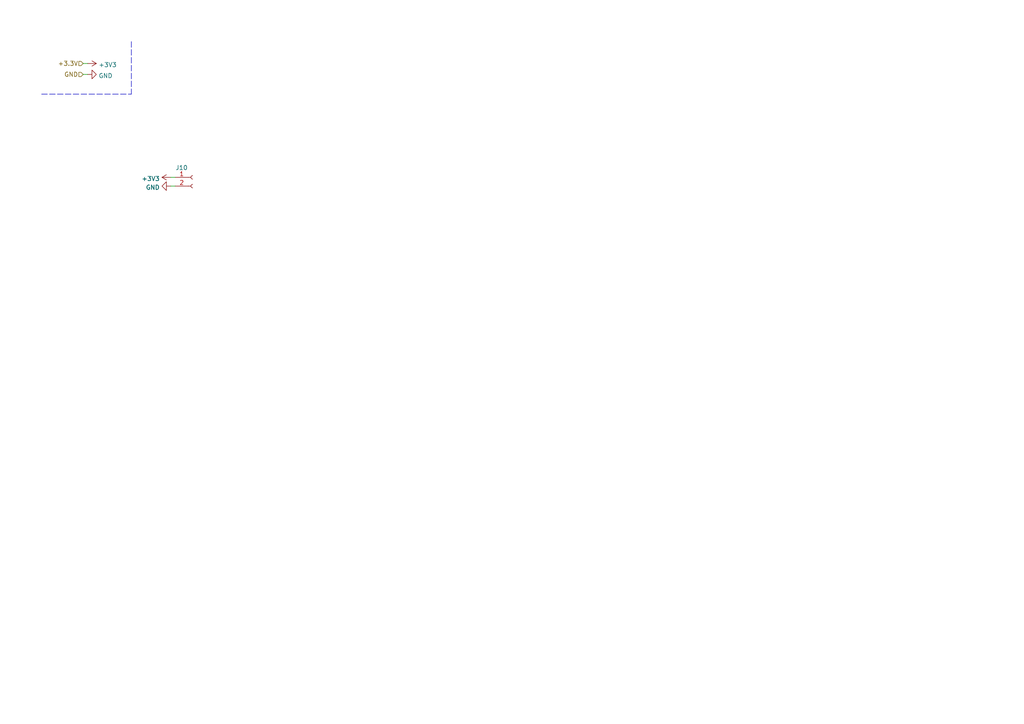
<source format=kicad_sch>
(kicad_sch (version 20210126) (generator eeschema)
  (paper "A4")
  (lib_symbols
    (symbol "Connector:Conn_01x02_Female" (pin_names (offset 1.016) hide)
      (property "Reference" "J" (at 0 2.54 0))
      (property "Value" "Conn_01x02_Female" (at 0 -5.08 0))
      (symbol "Conn_01x02_Female_1_1"
        (arc (start 0 -2.032) (end 0 -3.048) (radius (at 0 -2.54) (length 0.508) (angles 90.1 -90.1)) (stroke (width 0.1524)))
        (arc (start 0 0.508) (end 0 -0.508) (radius (at 0 0) (length 0.508) (angles 90.1 -90.1)) (stroke (width 0.1524)))
        (polyline (pts (xy -1.27 -2.54) (xy -0.508 -2.54)) (stroke (width 0.1524)))
        (polyline (pts (xy -1.27 0) (xy -0.508 0)) (stroke (width 0.1524)))
        (pin passive line (at -5.08 0 0) (length 3.81) (name "Pin_1") (number "1"))
        (pin passive line (at -5.08 -2.54 0) (length 3.81) (name "Pin_2") (number "2"))
      )
    )
    (symbol "power:+3.3V" (power) (pin_names (offset 0))
      (property "Value" "+3.3V" (at 0 3.556 0))
      (symbol "+3.3V_0_1"
        (polyline (pts (xy -0.762 1.27) (xy 0 2.54)))
        (polyline (pts (xy 0 0) (xy 0 2.54)))
        (polyline (pts (xy 0 2.54) (xy 0.762 1.27)))
      )
      (symbol "+3.3V_1_1"
        (pin power_in line (at 0 0 90) (length 0) hide (name "+3V3") (number "1"))
      )
    )
    (symbol "power:GND" (power) (pin_names (offset 0))
      (property "Value" "GND" (at 0 -3.81 0))
      (symbol "GND_0_1"
        (polyline (pts (xy 0 0) (xy 0 -1.27) (xy 1.27 -1.27) (xy 0 -2.54) (xy -1.27 -1.27) (xy 0 -1.27)))
      )
      (symbol "GND_1_1"
        (pin power_in line (at 0 0 270) (length 0) hide (name "GND") (number "1"))
      )
    )
  )
  (wire (pts (xy 24.13 18.415) (xy 25.4 18.415)))
  (wire (pts (xy 24.13 21.59) (xy 25.4 21.59)))
  (wire (pts (xy 49.53 51.435) (xy 50.8 51.435)))
  (wire (pts (xy 49.53 53.975) (xy 50.8 53.975)))
  (polyline (pts (xy 12.065 27.305) (xy 38.1 27.305)) (stroke (width 0) (type dash)))
  (polyline (pts (xy 38.1 12.065) (xy 38.1 27.305)) (stroke (width 0) (type dash)))
  (hierarchical_label "+3.3V" (shape input) (at 24.13 18.415 180))
  (hierarchical_label "GND" (shape input) (at 24.13 21.59 180))
  (symbol (lib_id "power:+3.3V") (at 25.4 18.415 270) (unit 1)
    (property "Reference" "#PWR0203" (effects hide))
    (property "Value" "+3.3V" (at 28.5751 18.8035 90) (effects (justify left)))
  )
  (symbol (lib_id "power:+3.3V") (at 49.53 51.435 90) (unit 1)
    (property "Reference" "#PWR0201" (effects hide))
    (property "Value" "+3.3V" (at 46.3549 51.8235 90) (effects (justify left)))
  )
  (symbol (lib_id "power:GND") (at 25.4 21.59 90) (unit 1)
    (property "Reference" "#PWR0204" (effects hide))
    (property "Value" "GND" (at 28.5751 21.9785 90) (effects (justify right)))
  )
  (symbol (lib_id "power:GND") (at 49.53 53.975 270) (unit 1)
    (property "Reference" "#PWR0202" (effects hide))
    (property "Value" "GND" (at 46.355 54.3635 90) (effects (justify right)))
  )
  (symbol (lib_id "Connector:Conn_01x02_Female") (at 55.88 51.435 0) (unit 1)
    (property "Reference" "J10" (at 50.8763 48.6485 0) (effects (justify left)))
    (property "Footprint" "libs:Kailh_socket_MX" (effects hide))
  )
)
</source>
